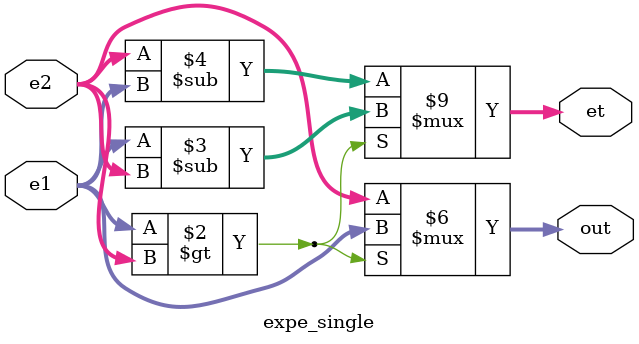
<source format=v>
module expe_single(
input [7:0]e1,
input [7:0]e2,
//input clk,
output reg [7:0] out,
output reg [7:0] et
);

always @(*) 
begin
if (e1 > e2)	begin
	et = e1-e2;
	out = e1;
	end    
else begin
	et = e2-e1;
	out = e2;
	  end
end

endmodule




</source>
